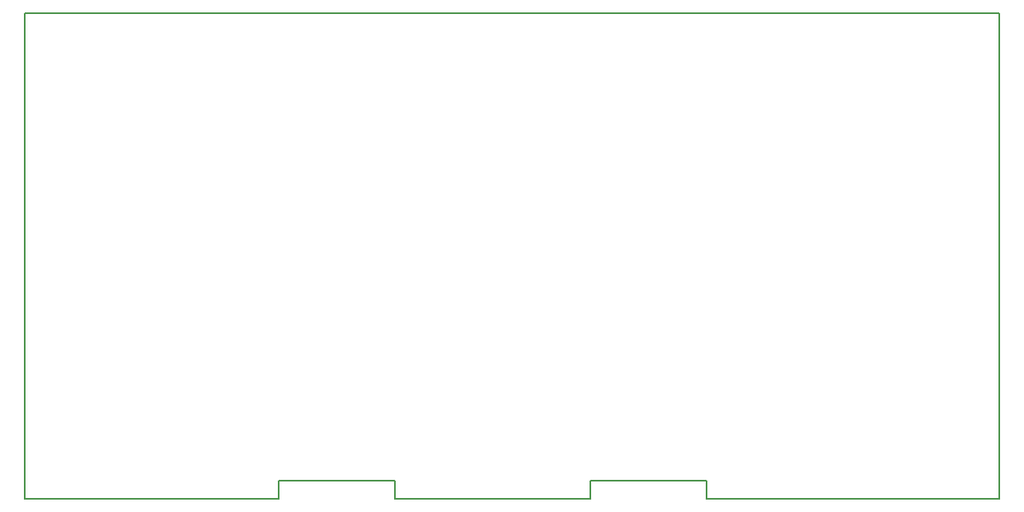
<source format=gbr>
G04 #@! TF.GenerationSoftware,KiCad,Pcbnew,5.1.10-88a1d61d58~90~ubuntu20.04.1*
G04 #@! TF.CreationDate,2021-09-05T16:54:04+01:00*
G04 #@! TF.ProjectId,hl2_6xvtr,686c325f-3678-4767-9472-2e6b69636164,1*
G04 #@! TF.SameCoordinates,PX3dfd240PY3473bc0*
G04 #@! TF.FileFunction,Profile,NP*
%FSLAX46Y46*%
G04 Gerber Fmt 4.6, Leading zero omitted, Abs format (unit mm)*
G04 Created by KiCad (PCBNEW 5.1.10-88a1d61d58~90~ubuntu20.04.1) date 2021-09-05 16:54:04*
%MOMM*%
%LPD*%
G01*
G04 APERTURE LIST*
G04 #@! TA.AperFunction,Profile*
%ADD10C,0.150000*%
G04 #@! TD*
G04 APERTURE END LIST*
D10*
X70000000Y-49900000D02*
X100000000Y-49900000D01*
X38000000Y-49900000D02*
X58000000Y-49900000D01*
X26000000Y-49900000D02*
X0Y-49900000D01*
X38000000Y-48000000D02*
X38000000Y-49900000D01*
X26000000Y-48000000D02*
X38000000Y-48000000D01*
X26000000Y-49900000D02*
X26000000Y-48000000D01*
X70000000Y-48000000D02*
X70000000Y-49900000D01*
X58000000Y-48000000D02*
X70000000Y-48000000D01*
X58000000Y-49900000D02*
X58000000Y-48000000D01*
X0Y-49900000D02*
X0Y0D01*
X100000000Y0D02*
X100000000Y-49900000D01*
X0Y0D02*
X100000000Y0D01*
M02*

</source>
